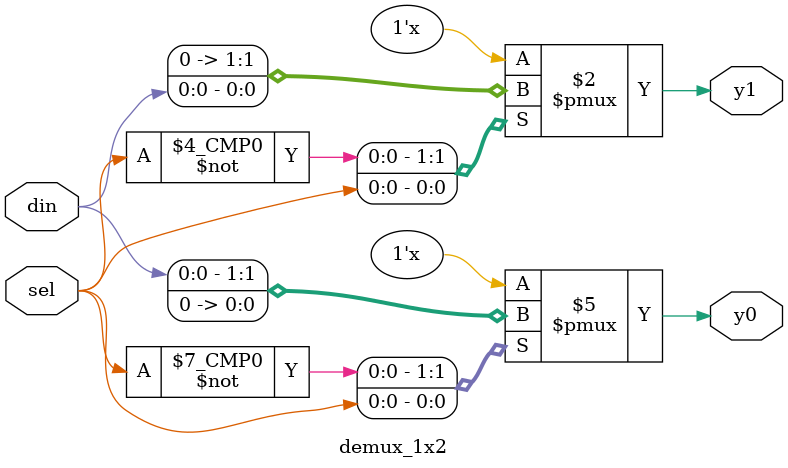
<source format=v>

module demux_1x2 (
    input  wire din,    // Data input
    input  wire sel,    // Select line
    output reg  y0,     // Output 0
    output reg  y1      // Output 1
);

    always @(*) begin
        case (sel)
            1'b0: begin
                y0 = din;
                y1 = 1'b0;
            end
            1'b1: begin
                y0 = 1'b0;
                y1 = din;
            end
        endcase
    end

endmodule

</source>
